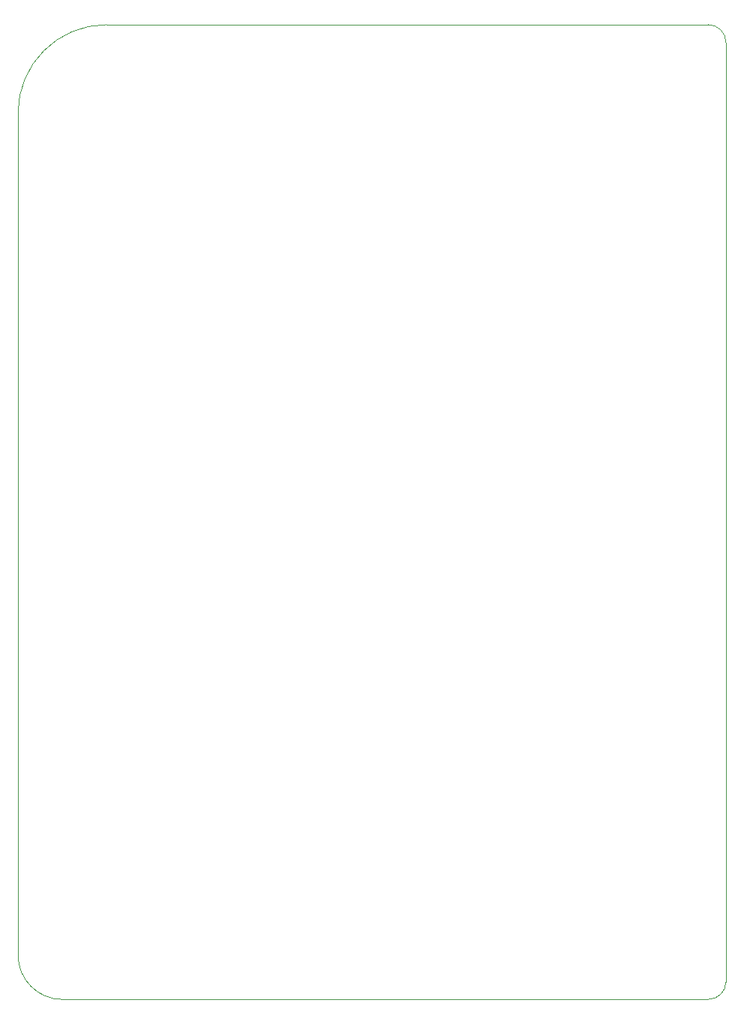
<source format=gbr>
G04 #@! TF.GenerationSoftware,KiCad,Pcbnew,(5.1.5-0-10_14)*
G04 #@! TF.CreationDate,2020-09-16T12:26:37+01:00*
G04 #@! TF.ProjectId,mc68681-basic,6d633638-3638-4312-9d62-617369632e6b,rev?*
G04 #@! TF.SameCoordinates,Original*
G04 #@! TF.FileFunction,Profile,NP*
%FSLAX46Y46*%
G04 Gerber Fmt 4.6, Leading zero omitted, Abs format (unit mm)*
G04 Created by KiCad (PCBNEW (5.1.5-0-10_14)) date 2020-09-16 12:26:37*
%MOMM*%
%LPD*%
G04 APERTURE LIST*
%ADD10C,0.050000*%
G04 APERTURE END LIST*
D10*
X60800000Y-45987508D02*
X128800000Y-45997502D01*
X130800000Y-154000000D02*
X130802498Y-48000000D01*
X55800000Y-156000000D02*
X128800000Y-156000000D01*
X50787508Y-56000000D02*
X50800000Y-151000000D01*
X130800000Y-154000000D02*
G75*
G02X128800000Y-156000000I-2000000J0D01*
G01*
X128800000Y-45997502D02*
G75*
G02X130802498Y-48000000I0J-2002498D01*
G01*
X50787508Y-56000000D02*
G75*
G02X60800000Y-45987508I10012492J0D01*
G01*
X55800000Y-156000000D02*
G75*
G02X50800000Y-151000000I0J5000000D01*
G01*
M02*

</source>
